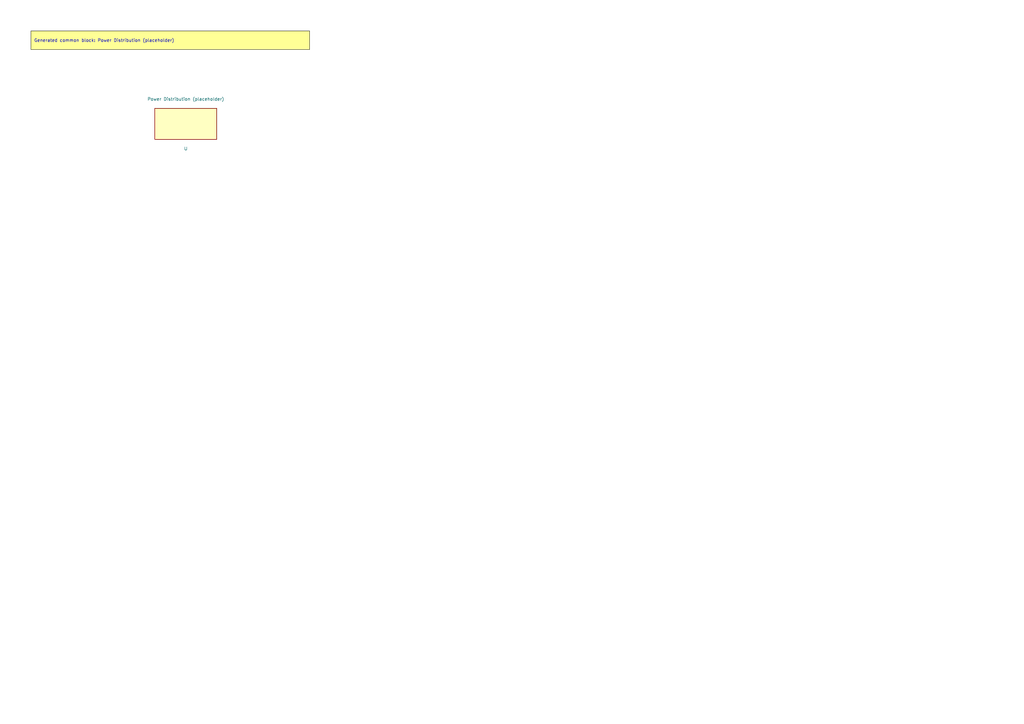
<source format=kicad_sch>
(kicad_sch (version 20250114) (generator "kicadgen") (generator_version "0.1")
  (paper "A3")
  (title_block (title "Power Distribution (placeholder)") (company "Project Carbon") (comment 1 "Generated - do not edit in generated/") (comment 2 "Edit in schem/kicad9/manual/ or refine mapping specs"))
  (lib_symbols
    (symbol "carbon_blocks:CARBON_BLOCK_POWER" (pin_names (offset 1.016))
      (property "Reference" "U" (at 0 8.89 0))
      (property "Value" "CARBON_BLOCK_POWER" (at 0 -8.89 0))
      (symbol "CARBON_BLOCK_POWER_1_1"
        (rectangle (start -12.7 6.35) (end 12.7 -6.35) (stroke (width 0.254)) (fill (type background)))
      )
    )
  )
  (text_box "Generated common block: Power Distribution (placeholder)" (at 12.7 12.7 0) (size 114.3 7.62) (margins 1.27 1.27 1.27 1.27) (stroke (width 0) (color 0 0 0 1)) (fill (type color) (color 255 255 150 1)) (effects (font (size 1.27 1.27)) (justify left)))
  (symbol (lib_id "carbon_blocks:CARBON_BLOCK_POWER") (at 76.2 50.8 0) (unit 1)
    (property "Reference" "U" (at 76.2 60.96 0))
    (property "Value" "Power Distribution (placeholder)" (at 76.2 40.64 0))
  )
)
</source>
